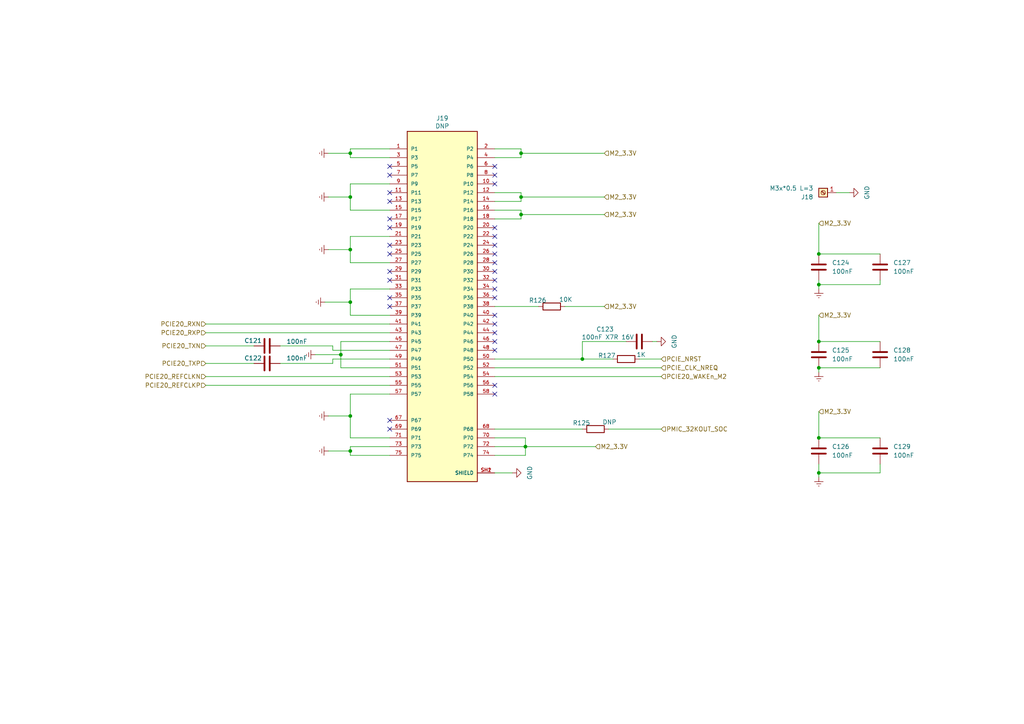
<source format=kicad_sch>
(kicad_sch (version 20231120) (generator "eeschema") (generator_version "8.0")
  (paper "A4")
  (lib_symbols
    (symbol "Device:C" (pin_numbers hide) (pin_names (offset 0.254))
      (property "Reference" "C" (at 0.635 2.54 0))
      (property "Value" "C" (at 0.635 -2.54 0))
      (symbol "C_0_1"
        (polyline (pts (xy -2.032 -0.762) (xy 2.032 -0.762)) (stroke (width 0.508)))
        (polyline (pts (xy -2.032 0.762) (xy 2.032 0.762)) (stroke (width 0.508)))
      )
      (symbol "C_1_1"
        (pin passive line (at 0 3.81 270) (length 2.794) (name "~") (number "1"))
        (pin passive line (at 0 -3.81 90) (length 2.794) (name "~") (number "2"))
      )
    )
    (symbol "Device:R" (pin_numbers hide) (pin_names (offset 0))
      (property "Reference" "R" (at 2.032 0 90))
      (property "Value" "R" (at 0 0 90))
      (symbol "R_0_1"
        (rectangle (start -1.016 -2.54) (end 1.016 2.54) (stroke (width 0.254)))
      )
      (symbol "R_1_1"
        (pin passive line (at 0 3.81 270) (length 1.27) (name "~") (number "1"))
        (pin passive line (at 0 -3.81 90) (length 1.27) (name "~") (number "2"))
      )
    )
    (symbol "M.2TE:1-2199119-5" (pin_names (offset 1.016))
      (property "Reference" "J" (at -10.1938 51.7746 0))
      (property "Value" "1-2199119-5" (at -10.1934 -53.5506 0))
      (symbol "1-2199119-5_0_0"
        (rectangle (start -10.16 -50.8) (end 10.16 50.8) (stroke (width 0.254)) (fill (type background)))
        (pin passive line (at -15.24 45.72 0) (length 5.08) (name "P1") (number "1"))
        (pin passive line (at 15.24 35.56 180) (length 5.08) (name "P10") (number "10"))
        (pin passive line (at -15.24 33.02 0) (length 5.08) (name "P11") (number "11"))
        (pin passive line (at 15.24 33.02 180) (length 5.08) (name "P12") (number "12"))
        (pin passive line (at -15.24 30.48 0) (length 5.08) (name "P13") (number "13"))
        (pin passive line (at 15.24 30.48 180) (length 5.08) (name "P14") (number "14"))
        (pin passive line (at -15.24 27.94 0) (length 5.08) (name "P15") (number "15"))
        (pin passive line (at 15.24 27.94 180) (length 5.08) (name "P16") (number "16"))
        (pin passive line (at -15.24 25.4 0) (length 5.08) (name "P17") (number "17"))
        (pin passive line (at 15.24 25.4 180) (length 5.08) (name "P18") (number "18"))
        (pin passive line (at -15.24 22.86 0) (length 5.08) (name "P19") (number "19"))
        (pin passive line (at 15.24 45.72 180) (length 5.08) (name "P2") (number "2"))
        (pin passive line (at 15.24 22.86 180) (length 5.08) (name "P20") (number "20"))
        (pin passive line (at -15.24 20.32 0) (length 5.08) (name "P21") (number "21"))
        (pin passive line (at 15.24 20.32 180) (length 5.08) (name "P22") (number "22"))
        (pin passive line (at -15.24 17.78 0) (length 5.08) (name "P23") (number "23"))
        (pin passive line (at 15.24 17.78 180) (length 5.08) (name "P24") (number "24"))
        (pin passive line (at -15.24 15.24 0) (length 5.08) (name "P25") (number "25"))
        (pin passive line (at 15.24 15.24 180) (length 5.08) (name "P26") (number "26"))
        (pin passive line (at -15.24 12.7 0) (length 5.08) (name "P27") (number "27"))
        (pin passive line (at 15.24 12.7 180) (length 5.08) (name "P28") (number "28"))
        (pin passive line (at -15.24 10.16 0) (length 5.08) (name "P29") (number "29"))
        (pin passive line (at -15.24 43.18 0) (length 5.08) (name "P3") (number "3"))
        (pin passive line (at 15.24 10.16 180) (length 5.08) (name "P30") (number "30"))
        (pin passive line (at -15.24 7.62 0) (length 5.08) (name "P31") (number "31"))
        (pin passive line (at 15.24 7.62 180) (length 5.08) (name "P32") (number "32"))
        (pin passive line (at -15.24 5.08 0) (length 5.08) (name "P33") (number "33"))
        (pin passive line (at 15.24 5.08 180) (length 5.08) (name "P34") (number "34"))
        (pin passive line (at -15.24 2.54 0) (length 5.08) (name "P35") (number "35"))
        (pin passive line (at 15.24 2.54 180) (length 5.08) (name "P36") (number "36"))
        (pin passive line (at -15.24 0 0) (length 5.08) (name "P37") (number "37"))
        (pin passive line (at 15.24 0 180) (length 5.08) (name "P38") (number "38"))
        (pin passive line (at -15.24 -2.54 0) (length 5.08) (name "P39") (number "39"))
        (pin passive line (at 15.24 43.18 180) (length 5.08) (name "P4") (number "4"))
        (pin passive line (at 15.24 -2.54 180) (length 5.08) (name "P40") (number "40"))
        (pin passive line (at -15.24 -5.08 0) (length 5.08) (name "P41") (number "41"))
        (pin passive line (at 15.24 -5.08 180) (length 5.08) (name "P42") (number "42"))
        (pin passive line (at -15.24 -7.62 0) (length 5.08) (name "P43") (number "43"))
        (pin passive line (at 15.24 -7.62 180) (length 5.08) (name "P44") (number "44"))
        (pin passive line (at -15.24 -10.16 0) (length 5.08) (name "P45") (number "45"))
        (pin passive line (at 15.24 -10.16 180) (length 5.08) (name "P46") (number "46"))
        (pin passive line (at -15.24 -12.7 0) (length 5.08) (name "P47") (number "47"))
        (pin passive line (at 15.24 -12.7 180) (length 5.08) (name "P48") (number "48"))
        (pin passive line (at -15.24 -15.24 0) (length 5.08) (name "P49") (number "49"))
        (pin passive line (at -15.24 40.64 0) (length 5.08) (name "P5") (number "5"))
        (pin passive line (at 15.24 -15.24 180) (length 5.08) (name "P50") (number "50"))
        (pin passive line (at -15.24 -17.78 0) (length 5.08) (name "P51") (number "51"))
        (pin passive line (at 15.24 -17.78 180) (length 5.08) (name "P52") (number "52"))
        (pin passive line (at -15.24 -20.32 0) (length 5.08) (name "P53") (number "53"))
        (pin passive line (at 15.24 -20.32 180) (length 5.08) (name "P54") (number "54"))
        (pin passive line (at -15.24 -22.86 0) (length 5.08) (name "P55") (number "55"))
        (pin passive line (at 15.24 -22.86 180) (length 5.08) (name "P56") (number "56"))
        (pin passive line (at -15.24 -25.4 0) (length 5.08) (name "P57") (number "57"))
        (pin passive line (at 15.24 -25.4 180) (length 5.08) (name "P58") (number "58"))
        (pin passive line (at 15.24 40.64 180) (length 5.08) (name "P6") (number "6"))
        (pin passive line (at -15.24 -33.02 0) (length 5.08) (name "P67") (number "67"))
        (pin passive line (at 15.24 -35.56 180) (length 5.08) (name "P68") (number "68"))
        (pin passive line (at -15.24 -35.56 0) (length 5.08) (name "P69") (number "69"))
        (pin passive line (at -15.24 38.1 0) (length 5.08) (name "P7") (number "7"))
        (pin passive line (at 15.24 -38.1 180) (length 5.08) (name "P70") (number "70"))
        (pin passive line (at -15.24 -38.1 0) (length 5.08) (name "P71") (number "71"))
        (pin passive line (at 15.24 -40.64 180) (length 5.08) (name "P72") (number "72"))
        (pin passive line (at -15.24 -40.64 0) (length 5.08) (name "P73") (number "73"))
        (pin passive line (at 15.24 -43.18 180) (length 5.08) (name "P74") (number "74"))
        (pin passive line (at -15.24 -43.18 0) (length 5.08) (name "P75") (number "75"))
        (pin passive line (at 15.24 38.1 180) (length 5.08) (name "P8") (number "8"))
        (pin passive line (at -15.24 35.56 0) (length 5.08) (name "P9") (number "9"))
        (pin passive line (at 15.24 -48.26 180) (length 5.08) (name "SHIELD") (number "SH1"))
        (pin passive line (at 15.24 -48.26 180) (length 5.08) (name "SHIELD") (number "SH2"))
      )
    )
    (symbol "Screw_Terminal_01x01_1" (pin_names (offset 1.016) hide)
      (property "Reference" "J35" (at 2.8515 1.2701 0))
      (property "Value" "M3x*0.5 L=3" (at 2.8515 -1.2699 0))
      (symbol "Screw_Terminal_01x01_1_1_1"
        (rectangle (start -1.27 1.27) (end 1.27 -1.27) (stroke (width 0.254)) (fill (type background)))
        (polyline (pts (xy -0.5334 0.3302) (xy 0.3302 -0.508)) (stroke (width 0.1524)))
        (polyline (pts (xy -0.3556 0.508) (xy 0.508 -0.3302)) (stroke (width 0.1524)))
        (circle (center 0 0) (radius 0.635) (stroke (width 0.1524)))
        (pin input line (at -3.81 0 0) (length 2.54) (name "1") (number "1"))
      )
    )
    (symbol "power:Earth" (power) (pin_names (offset 0))
      (symbol "Earth_0_1"
        (polyline (pts (xy -0.635 -1.905) (xy 0.635 -1.905)))
        (polyline (pts (xy -0.127 -2.54) (xy 0.127 -2.54)))
        (polyline (pts (xy 0 -1.27) (xy 0 0)))
        (polyline (pts (xy 1.27 -1.27) (xy -1.27 -1.27)))
      )
      (symbol "Earth_1_1"
        (pin power_in line (at 0 0 270) (length 0) hide (name "Earth") (number "1"))
      )
    )
    (symbol "power:GND" (power) (pin_names (offset 0))
      (property "Value" "GND" (at 0 -3.81 0))
      (symbol "GND_0_1"
        (polyline (pts (xy 0 0) (xy 0 -1.27) (xy 1.27 -1.27) (xy 0 -2.54) (xy -1.27 -1.27) (xy 0 -1.27)))
      )
      (symbol "GND_1_1"
        (pin power_in line (at 0 0 270) (length 0) hide (name "GND") (number "1"))
      )
    )
  )
  (junction (at 237.49 106.68))
  (junction (at 151.13 57.15))
  (junction (at 101.6 44.45))
  (junction (at 237.49 137.16))
  (junction (at 168.91 104.14))
  (junction (at 101.6 87.63))
  (junction (at 101.6 72.39))
  (junction (at 237.49 82.55))
  (junction (at 237.49 127))
  (junction (at 152.4 129.54))
  (junction (at 151.13 62.23))
  (junction (at 101.6 130.81))
  (junction (at 151.13 44.45))
  (junction (at 101.6 57.15))
  (junction (at 237.49 99.06))
  (junction (at 98.8555 102.87))
  (junction (at 237.49 73.66))
  (junction (at 101.6 120.65))
  (no_connect (at 113.03 121.92))
  (no_connect (at 113.03 124.46))
  (no_connect (at 143.51 114.3))
  (no_connect (at 143.51 111.76))
  (no_connect (at 143.51 101.6))
  (no_connect (at 113.03 48.26))
  (no_connect (at 113.03 50.8))
  (no_connect (at 113.03 55.88))
  (no_connect (at 113.03 58.42))
  (no_connect (at 113.03 63.5))
  (no_connect (at 113.03 66.04))
  (no_connect (at 113.03 71.12))
  (no_connect (at 113.03 73.66))
  (no_connect (at 113.03 88.9))
  (no_connect (at 143.51 96.52))
  (no_connect (at 143.51 93.98))
  (no_connect (at 143.51 91.44))
  (no_connect (at 143.51 76.2))
  (no_connect (at 113.03 78.74))
  (no_connect (at 113.03 81.28))
  (no_connect (at 113.03 86.36))
  (no_connect (at 143.51 99.06))
  (no_connect (at 143.51 86.36))
  (no_connect (at 143.51 83.82))
  (no_connect (at 143.51 81.28))
  (no_connect (at 143.51 78.74))
  (no_connect (at 143.51 73.66))
  (no_connect (at 143.51 71.12))
  (no_connect (at 143.51 68.58))
  (no_connect (at 143.51 66.04))
  (no_connect (at 143.51 53.34))
  (no_connect (at 143.51 50.8))
  (no_connect (at 143.51 48.26))
  (wire (pts (xy 91.44 102.87) (xy 98.8555 102.87)))
  (wire (pts (xy 151.13 44.45) (xy 151.13 45.72)))
  (wire (pts (xy 59.69 111.76) (xy 113.03 111.76)))
  (wire (pts (xy 96.52 101.6) (xy 113.03 101.6)))
  (wire (pts (xy 191.77 124.46) (xy 176.53 124.46)))
  (wire (pts (xy 113.03 68.58) (xy 101.6 68.58)))
  (wire (pts (xy 152.4 129.54) (xy 172.72 129.54)))
  (wire (pts (xy 101.6 132.08) (xy 113.03 132.08)))
  (wire (pts (xy 101.6 43.18) (xy 101.6 44.45)))
  (wire (pts (xy 151.13 57.15) (xy 175.26 57.15)))
  (wire (pts (xy 95.25 57.15) (xy 101.6 57.15)))
  (wire (pts (xy 81.28 100.33) (xy 96.52 100.33)))
  (wire (pts (xy 237.49 138.43) (xy 237.49 137.16)))
  (wire (pts (xy 152.4 132.08) (xy 152.4 129.54)))
  (wire (pts (xy 143.51 63.5) (xy 151.13 63.5)))
  (wire (pts (xy 81.28 105.41) (xy 96.52 105.41)))
  (wire (pts (xy 143.51 88.9) (xy 156.21 88.9)))
  (wire (pts (xy 237.49 73.66) (xy 255.27 73.66)))
  (wire (pts (xy 163.83 88.9) (xy 175.26 88.9)))
  (wire (pts (xy 152.4 127) (xy 152.4 129.54)))
  (wire (pts (xy 101.6 91.44) (xy 113.03 91.44)))
  (wire (pts (xy 59.69 105.41) (xy 73.66 105.41)))
  (wire (pts (xy 101.6 43.18) (xy 113.03 43.18)))
  (wire (pts (xy 143.51 127) (xy 152.4 127)))
  (wire (pts (xy 101.6 120.65) (xy 101.6 127)))
  (wire (pts (xy 152.4 129.54) (xy 143.51 129.54)))
  (wire (pts (xy 143.51 55.88) (xy 151.13 55.88)))
  (wire (pts (xy 101.6 53.34) (xy 101.6 57.15)))
  (wire (pts (xy 143.51 104.14) (xy 168.91 104.14)))
  (wire (pts (xy 59.69 96.52) (xy 113.03 96.52)))
  (wire (pts (xy 94.2512 87.63) (xy 101.6 87.63)))
  (wire (pts (xy 237.49 119.38) (xy 237.49 127)))
  (wire (pts (xy 95.25 130.81) (xy 101.6 130.81)))
  (wire (pts (xy 191.77 109.22) (xy 143.51 109.22)))
  (wire (pts (xy 101.6 83.82) (xy 113.03 83.82)))
  (wire (pts (xy 191.77 104.14) (xy 185.42 104.14)))
  (wire (pts (xy 151.13 60.96) (xy 151.13 62.23)))
  (wire (pts (xy 95.25 120.65) (xy 101.6 120.65)))
  (wire (pts (xy 237.49 137.16) (xy 237.49 134.62)))
  (wire (pts (xy 101.6 57.15) (xy 101.6 60.96)))
  (wire (pts (xy 96.52 104.14) (xy 113.03 104.14)))
  (wire (pts (xy 101.6 60.96) (xy 113.03 60.96)))
  (wire (pts (xy 101.6 68.58) (xy 101.6 72.39)))
  (wire (pts (xy 237.49 107.95) (xy 237.49 106.68)))
  (wire (pts (xy 237.49 81.28) (xy 237.49 82.55)))
  (wire (pts (xy 101.6 130.81) (xy 101.6 132.08)))
  (wire (pts (xy 237.49 82.55) (xy 237.49 83.82)))
  (wire (pts (xy 151.13 62.23) (xy 175.26 62.23)))
  (wire (pts (xy 113.03 129.54) (xy 101.6 129.54)))
  (wire (pts (xy 191.77 106.68) (xy 143.51 106.68)))
  (wire (pts (xy 237.49 64.77) (xy 237.49 73.66)))
  (wire (pts (xy 101.6 114.3) (xy 101.6 120.65)))
  (wire (pts (xy 168.91 124.46) (xy 143.51 124.46)))
  (wire (pts (xy 101.6 45.72) (xy 113.03 45.72)))
  (wire (pts (xy 143.51 60.96) (xy 151.13 60.96)))
  (wire (pts (xy 237.49 82.55) (xy 255.27 82.55)))
  (wire (pts (xy 113.03 114.3) (xy 101.6 114.3)))
  (wire (pts (xy 143.51 43.18) (xy 151.13 43.18)))
  (wire (pts (xy 237.49 137.16) (xy 255.27 137.16)))
  (wire (pts (xy 151.13 43.18) (xy 151.13 44.45)))
  (wire (pts (xy 98.8555 99.06) (xy 98.8555 102.87)))
  (wire (pts (xy 95.25 72.39) (xy 101.6 72.39)))
  (wire (pts (xy 101.6 44.45) (xy 101.6 45.72)))
  (wire (pts (xy 101.6 87.63) (xy 101.6 91.44)))
  (wire (pts (xy 96.52 100.33) (xy 96.52 101.6)))
  (wire (pts (xy 151.13 45.72) (xy 143.51 45.72)))
  (wire (pts (xy 151.13 55.88) (xy 151.13 57.15)))
  (wire (pts (xy 59.69 109.22) (xy 113.03 109.22)))
  (wire (pts (xy 151.13 57.15) (xy 151.13 58.42)))
  (wire (pts (xy 95.25 44.45) (xy 101.6 44.45)))
  (wire (pts (xy 101.6 127) (xy 113.03 127)))
  (wire (pts (xy 101.6 72.39) (xy 101.6 76.2)))
  (wire (pts (xy 151.13 58.42) (xy 143.51 58.42)))
  (wire (pts (xy 101.6 83.82) (xy 101.6 87.63)))
  (wire (pts (xy 151.13 44.45) (xy 175.26 44.45)))
  (wire (pts (xy 96.52 105.41) (xy 96.52 104.14)))
  (wire (pts (xy 151.13 62.23) (xy 151.13 63.5)))
  (wire (pts (xy 98.8555 106.68) (xy 113.03 106.68)))
  (wire (pts (xy 255.27 134.62) (xy 255.27 137.16)))
  (wire (pts (xy 98.8555 102.87) (xy 98.8555 106.68)))
  (wire (pts (xy 113.03 99.06) (xy 98.8555 99.06)))
  (wire (pts (xy 242.57 55.88) (xy 246.38 55.88)))
  (wire (pts (xy 237.49 99.06) (xy 255.27 99.06)))
  (wire (pts (xy 190.5 99.06) (xy 189.23 99.06)))
  (wire (pts (xy 237.49 127) (xy 255.27 127)))
  (wire (pts (xy 237.49 91.44) (xy 237.49 99.06)))
  (wire (pts (xy 255.27 81.28) (xy 255.27 82.55)))
  (wire (pts (xy 148.59 137.16) (xy 143.51 137.16)))
  (wire (pts (xy 168.91 99.06) (xy 168.91 104.14)))
  (wire (pts (xy 143.51 132.08) (xy 152.4 132.08)))
  (wire (pts (xy 113.03 53.34) (xy 101.6 53.34)))
  (wire (pts (xy 59.69 100.33) (xy 73.66 100.33)))
  (wire (pts (xy 101.6 76.2) (xy 113.03 76.2)))
  (wire (pts (xy 168.91 99.06) (xy 181.61 99.06)))
  (wire (pts (xy 101.6 129.54) (xy 101.6 130.81)))
  (wire (pts (xy 237.49 106.68) (xy 255.27 106.68)))
  (wire (pts (xy 59.69 93.98) (xy 113.03 93.98)))
  (wire (pts (xy 168.91 104.14) (xy 177.8 104.14)))
  (hierarchical_label "M2_3.3V" (shape input) (at 175.26 44.45 0))
  (hierarchical_label "M2_3.3V" (shape input) (at 237.49 64.77 0))
  (hierarchical_label "PCIE20_WAKEn_M2" (shape input) (at 191.77 109.22 0))
  (hierarchical_label "M2_3.3V" (shape input) (at 172.72 129.54 0))
  (hierarchical_label "M2_3.3V" (shape input) (at 175.26 62.23 0))
  (hierarchical_label "PCIE20_REFCLKN" (shape input) (at 59.69 109.22 180))
  (hierarchical_label "M2_3.3V" (shape input) (at 237.49 119.38 0))
  (hierarchical_label "PCIE20_TXN" (shape input) (at 59.69 100.33 180))
  (hierarchical_label "M2_3.3V" (shape input) (at 237.49 91.44 0))
  (hierarchical_label "M2_3.3V" (shape input) (at 175.26 57.15 0))
  (hierarchical_label "PCIE20_RXN" (shape input) (at 59.69 93.98 180))
  (hierarchical_label "PMIC_32KOUT_SOC" (shape input) (at 191.77 124.46 0))
  (hierarchical_label "PCIE_CLK_NREQ" (shape input) (at 191.77 106.68 0))
  (hierarchical_label "PCIE20_REFCLKP" (shape input) (at 59.69 111.76 180))
  (hierarchical_label "PCIE20_RXP" (shape input) (at 59.69 96.52 180))
  (hierarchical_label "M2_3.3V" (shape input) (at 175.26 88.9 0))
  (hierarchical_label "PCIE_NRST" (shape input) (at 191.77 104.14 0))
  (hierarchical_label "PCIE20_TXP" (shape input) (at 59.69 105.41 180))
  (symbol (lib_id "M.2TE:1-2199119-5") (at 128.27 88.9 0) (unit 1)
    (property "Reference" "J19" (at 126.492 34.29 0) (effects (justify left)))
    (property "Value" "DNP" (at 126.238 36.576 0) (effects (justify left)))
    (property "Footprint" "Library:APCI0079-P002A J8900 M.2 M Key" (effects (hide yes)))
    (property "Comment" "1-2199119-5" (effects (hide yes)))
    (property "MPN" "NGFF 67P连接器 M.2 SSD插槽 4+5 H3.2" (effects (hide yes)))
  )
  (symbol (lib_id "power:Earth") (at 95.25 130.81 270) (unit 1)
    (property "Reference" "#PWR0162" (effects (hide yes)))
    (property "Value" "Earth" (effects (hide yes)))
    (property "Description" "Power symbol creates a global label with name \"Earth\"" (effects (hide yes)))
  )
  (symbol (lib_id "power:Earth") (at 95.25 57.15 270) (unit 1)
    (property "Reference" "#PWR0159" (effects (hide yes)))
    (property "Value" "Earth" (effects (hide yes)))
    (property "Description" "Power symbol creates a global label with name \"Earth\"" (effects (hide yes)))
  )
  (symbol (lib_id "Device:R") (at 160.02 88.9 270) (unit 1)
    (property "Reference" "R126" (at 155.956 87.122 90))
    (property "Value" "10K" (at 164.084 86.868 90))
    (property "Footprint" "Resistor_SMD:R_0402_1005Metric" (effects (hide yes)))
  )
  (symbol (lib_id "Device:C") (at 185.42 99.06 90) (unit 1)
    (property "Reference" "C123" (at 178.054 95.504 90) (effects (justify left)))
    (property "Value" "100nF X7R 16V" (at 183.896 97.79 90) (effects (justify left)))
    (property "Footprint" "Capacitor_SMD:C_0402_1005Metric" (effects (hide yes)))
    (property "MPN" "CC0402KRX7R7BB104" (effects (hide yes)))
  )
  (symbol (lib_id "power:Earth") (at 91.44 102.87 270) (unit 1)
    (property "Reference" "#PWR0156" (effects (hide yes)))
    (property "Value" "Earth" (effects (hide yes)))
    (property "Description" "Power symbol creates a global label with name \"Earth\"" (effects (hide yes)))
  )
  (symbol (lib_id "Device:C") (at 255.27 130.81 0) (unit 1)
    (property "Reference" "C129" (at 259.08 129.5399 0) (effects (justify left)))
    (property "Value" "100nF" (at 259.08 132.0799 0) (effects (justify left)))
    (property "Footprint" "Capacitor_SMD:C_0603_1608Metric" (effects (hide yes)))
    (property "MPN" "0603B104K500NT" (effects (hide yes)))
  )
  (symbol (lib_id "power:Earth") (at 237.49 138.43 0) (unit 1)
    (property "Reference" "#PWR0167" (effects (hide yes)))
    (property "Value" "Earth" (effects (hide yes)))
    (property "Description" "Power symbol creates a global label with name \"Earth\"" (effects (hide yes)))
  )
  (symbol (lib_id "power:GND") (at 190.5 99.06 90) (unit 1)
    (property "Reference" "#PWR0164" (effects (hide yes)))
    (property "Value" "GND" (at 195.58 99.06 0))
  )
  (symbol (lib_id "power:Earth") (at 95.25 44.45 270) (unit 1)
    (property "Reference" "#PWR0158" (effects (hide yes)))
    (property "Value" "Earth" (effects (hide yes)))
    (property "Description" "Power symbol creates a global label with name \"Earth\"" (effects (hide yes)))
  )
  (symbol (lib_id "power:Earth") (at 94.2512 87.63 270) (unit 1)
    (property "Reference" "#PWR0157" (effects (hide yes)))
    (property "Value" "Earth" (effects (hide yes)))
    (property "Description" "Power symbol creates a global label with name \"Earth\"" (effects (hide yes)))
  )
  (symbol (lib_id "Device:R") (at 172.72 124.46 270) (unit 1)
    (property "Reference" "R125" (at 168.656 122.682 90))
    (property "Value" "DNP" (at 176.784 122.428 90))
    (property "Footprint" "Resistor_SMD:R_0603_1608Metric" (effects (hide yes)))
  )
  (symbol (lib_id "power:Earth") (at 95.25 72.39 270) (unit 1)
    (property "Reference" "#PWR0160" (effects (hide yes)))
    (property "Value" "Earth" (effects (hide yes)))
    (property "Description" "Power symbol creates a global label with name \"Earth\"" (effects (hide yes)))
  )
  (symbol (lib_id "Device:C") (at 255.27 102.87 0) (unit 1)
    (property "Reference" "C128" (at 259.08 101.5999 0) (effects (justify left)))
    (property "Value" "100nF" (at 259.08 104.1399 0) (effects (justify left)))
    (property "Footprint" "Capacitor_SMD:C_0603_1608Metric" (effects (hide yes)))
    (property "MPN" "0603B104K500NT" (effects (hide yes)))
  )
  (symbol (lib_id "power:Earth") (at 237.49 83.82 0) (unit 1)
    (property "Reference" "#PWR0165" (effects (hide yes)))
    (property "Value" "Earth" (effects (hide yes)))
    (property "Description" "Power symbol creates a global label with name \"Earth\"" (effects (hide yes)))
  )
  (symbol (lib_id "power:GND") (at 148.59 137.16 90) (unit 1)
    (property "Reference" "#PWR0163" (effects (hide yes)))
    (property "Value" "GND" (at 153.67 137.16 0))
  )
  (symbol (lib_id "Device:C") (at 77.47 100.33 90) (unit 1)
    (property "Reference" "C121" (at 73.406 98.806 90))
    (property "Value" "100nF" (at 86.106 99.06 90))
    (property "Footprint" "Capacitor_SMD:C_0402_1005Metric" (effects (hide yes)))
    (property "MPN" "CC0402KRX7R7BB104" (effects (hide yes)))
  )
  (symbol (lib_id "Device:C") (at 255.27 77.47 0) (unit 1)
    (property "Reference" "C127" (at 259.08 76.1999 0) (effects (justify left)))
    (property "Value" "100nF" (at 259.08 78.7399 0) (effects (justify left)))
    (property "Footprint" "Capacitor_SMD:C_0603_1608Metric" (effects (hide yes)))
    (property "MPN" "0603B104K500NT" (effects (hide yes)))
  )
  (symbol (lib_id "power:Earth") (at 237.49 107.95 0) (unit 1)
    (property "Reference" "#PWR0166" (effects (hide yes)))
    (property "Value" "Earth" (effects (hide yes)))
    (property "Description" "Power symbol creates a global label with name \"Earth\"" (effects (hide yes)))
  )
  (symbol (lib_id "Device:C") (at 237.49 102.87 0) (unit 1)
    (property "Reference" "C125" (at 241.3 101.5999 0) (effects (justify left)))
    (property "Value" "100nF" (at 241.3 104.1399 0) (effects (justify left)))
    (property "Footprint" "Capacitor_SMD:C_0603_1608Metric" (effects (hide yes)))
    (property "MPN" "0603B104K500NT" (effects (hide yes)))
  )
  (symbol (lib_id "Device:C") (at 237.49 130.81 0) (unit 1)
    (property "Reference" "C126" (at 241.3 129.5399 0) (effects (justify left)))
    (property "Value" "100nF" (at 241.3 132.0799 0) (effects (justify left)))
    (property "Footprint" "Capacitor_SMD:C_0603_1608Metric" (effects (hide yes)))
    (property "MPN" "0603B104K500NT" (effects (hide yes)))
  )
  (symbol (lib_id "Device:R") (at 181.61 104.14 270) (unit 1)
    (property "Reference" "R127" (at 176.022 103.124 90))
    (property "Value" "1K " (at 186.436 102.87 90))
    (property "Footprint" "Resistor_SMD:R_0402_1005Metric" (effects (hide yes)))
    (property "MPN" "0402WGF1001TCE" (effects (hide yes)))
  )
  (symbol (lib_id "Device:C") (at 77.47 105.41 90) (unit 1)
    (property "Reference" "C122" (at 73.406 103.886 90))
    (property "Value" "100nF" (at 86.106 103.886 90))
    (property "Footprint" "Capacitor_SMD:C_0402_1005Metric" (effects (hide yes)))
    (property "MPN" "CC0402KRX7R7BB104" (effects (hide yes)))
  )
  (symbol (lib_name "Screw_Terminal_01x01_1") (lib_id "Connector:Screw_Terminal_01x01") (at 238.76 55.88 180) (unit 1)
    (property "Reference" "J18" (at 235.9085 57.1501 0) (effects (justify left)))
    (property "Value" "M3x*0.5 L=3" (at 235.9085 54.6101 0) (effects (justify left)))
    (property "Footprint" "Footprint Library:Screw Terminal Shinbo" (effects (hide yes)))
    (property "Description" "Board mounting elevator    M3 hole size, 4 pins PCB-64-M3" (effects (hide yes)))
    (property "MPN" "SMTSO-M3-3ET" (effects (hide yes)))
  )
  (symbol (lib_id "power:Earth") (at 95.25 120.65 270) (unit 1)
    (property "Reference" "#PWR0161" (effects (hide yes)))
    (property "Value" "Earth" (effects (hide yes)))
    (property "Description" "Power symbol creates a global label with name \"Earth\"" (effects (hide yes)))
  )
  (symbol (lib_id "power:GND") (at 246.38 55.88 90) (unit 1)
    (property "Reference" "#PWR0155" (effects (hide yes)))
    (property "Value" "GND" (at 251.46 55.88 0))
  )
  (symbol (lib_id "Device:C") (at 237.49 77.47 0) (unit 1)
    (property "Reference" "C124" (at 241.3 76.1999 0) (effects (justify left)))
    (property "Value" "100nF" (at 241.3 78.7399 0) (effects (justify left)))
    (property "Footprint" "Capacitor_SMD:C_0603_1608Metric" (effects (hide yes)))
    (property "MPN" "0603B104K500NT" (effects (hide yes)))
  )
)
</source>
